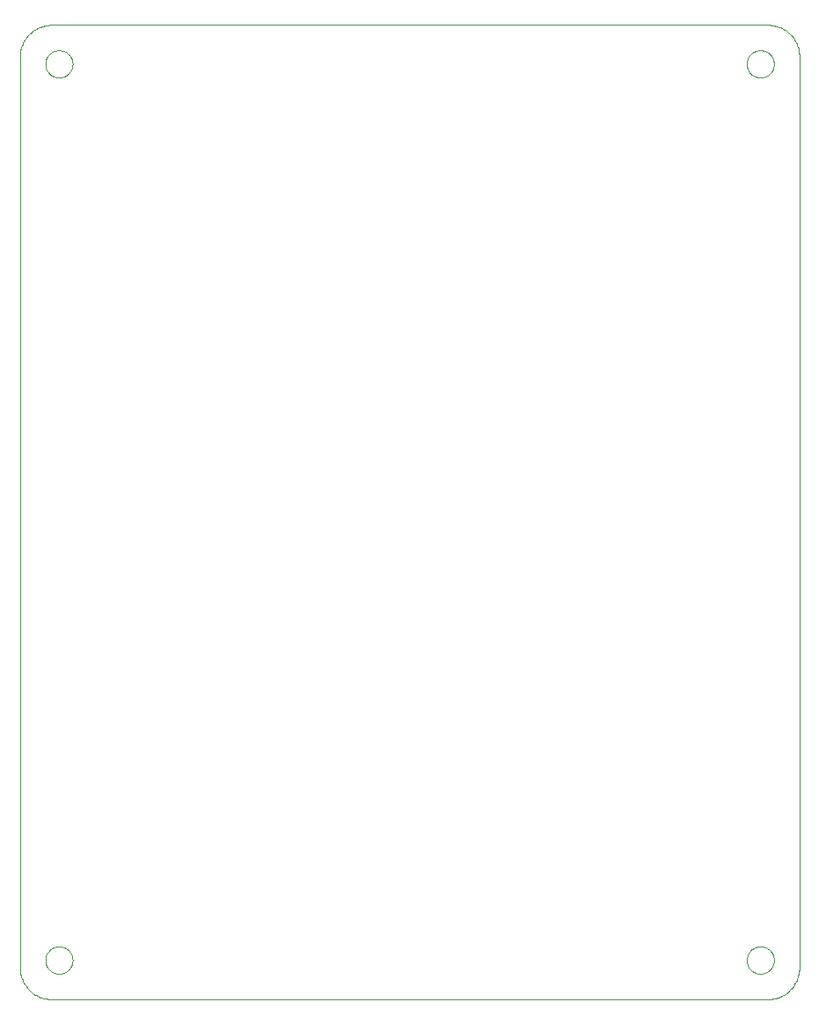
<source format=gbr>
%TF.GenerationSoftware,KiCad,Pcbnew,7.0.5-0*%
%TF.CreationDate,2023-07-22T21:58:15-05:00*%
%TF.ProjectId,biometrics,62696f6d-6574-4726-9963-732e6b696361,rev?*%
%TF.SameCoordinates,Original*%
%TF.FileFunction,Profile,NP*%
%FSLAX46Y46*%
G04 Gerber Fmt 4.6, Leading zero omitted, Abs format (unit mm)*
G04 Created by KiCad (PCBNEW 7.0.5-0) date 2023-07-22 21:58:15*
%MOMM*%
%LPD*%
G01*
G04 APERTURE LIST*
%TA.AperFunction,Profile*%
%ADD10C,0.100000*%
%TD*%
G04 APERTURE END LIST*
D10*
X159306459Y-28459646D02*
X159373104Y-28464714D01*
X159438781Y-28473059D01*
X159503406Y-28484600D01*
X159566898Y-28499254D01*
X159629173Y-28516938D01*
X159690149Y-28537571D01*
X159749744Y-28561068D01*
X159807875Y-28587349D01*
X159864460Y-28616330D01*
X159919417Y-28647930D01*
X159972662Y-28682065D01*
X160024114Y-28718653D01*
X160073690Y-28757612D01*
X160121308Y-28798860D01*
X160166884Y-28842313D01*
X160210337Y-28887889D01*
X160251585Y-28935507D01*
X160290544Y-28985083D01*
X160327132Y-29036535D01*
X160361267Y-29089780D01*
X160392867Y-29144737D01*
X160421848Y-29201322D01*
X160448129Y-29259453D01*
X160471626Y-29319048D01*
X160492259Y-29380024D01*
X160509943Y-29442299D01*
X160524597Y-29505791D01*
X160536138Y-29570416D01*
X160544483Y-29636093D01*
X160549551Y-29702738D01*
X160551259Y-29770270D01*
X160549551Y-29837803D01*
X160544483Y-29904448D01*
X160536138Y-29970125D01*
X160524597Y-30034750D01*
X160509943Y-30098241D01*
X160492259Y-30160516D01*
X160471626Y-30221493D01*
X160448129Y-30281088D01*
X160421848Y-30339219D01*
X160392867Y-30395804D01*
X160361267Y-30450761D01*
X160327132Y-30504006D01*
X160290544Y-30555458D01*
X160251585Y-30605034D01*
X160210337Y-30652651D01*
X160166884Y-30698228D01*
X160121308Y-30741681D01*
X160073690Y-30782929D01*
X160024114Y-30821888D01*
X159972662Y-30858476D01*
X159919417Y-30892611D01*
X159864460Y-30924210D01*
X159807875Y-30953192D01*
X159749744Y-30979473D01*
X159690149Y-31002970D01*
X159629173Y-31023602D01*
X159566898Y-31041287D01*
X159503406Y-31055941D01*
X159438781Y-31067482D01*
X159373104Y-31075827D01*
X159306459Y-31080895D01*
X159238927Y-31082603D01*
X159171395Y-31080895D01*
X159104750Y-31075827D01*
X159039074Y-31067482D01*
X158974450Y-31055941D01*
X158910959Y-31041287D01*
X158848684Y-31023602D01*
X158787708Y-31002970D01*
X158728114Y-30979473D01*
X158669983Y-30953192D01*
X158613398Y-30924210D01*
X158558442Y-30892611D01*
X158505197Y-30858476D01*
X158453745Y-30821888D01*
X158404169Y-30782929D01*
X158356552Y-30741681D01*
X158310976Y-30698228D01*
X158267523Y-30652651D01*
X158226276Y-30605034D01*
X158187317Y-30555458D01*
X158150729Y-30504006D01*
X158116594Y-30450761D01*
X158084994Y-30395804D01*
X158056013Y-30339219D01*
X158029732Y-30281088D01*
X158006235Y-30221493D01*
X157985602Y-30160516D01*
X157967918Y-30098241D01*
X157953264Y-30034750D01*
X157941723Y-29970125D01*
X157933378Y-29904448D01*
X157928310Y-29837803D01*
X157926602Y-29770270D01*
X157928310Y-29702738D01*
X157933378Y-29636093D01*
X157941723Y-29570416D01*
X157953264Y-29505791D01*
X157967918Y-29442299D01*
X157985602Y-29380024D01*
X158006235Y-29319048D01*
X158029732Y-29259453D01*
X158056013Y-29201322D01*
X158084994Y-29144737D01*
X158116594Y-29089780D01*
X158150729Y-29036535D01*
X158187317Y-28985083D01*
X158226276Y-28935507D01*
X158267523Y-28887889D01*
X158310976Y-28842313D01*
X158356552Y-28798860D01*
X158404169Y-28757612D01*
X158453745Y-28718653D01*
X158505197Y-28682065D01*
X158558442Y-28647930D01*
X158613398Y-28616330D01*
X158669983Y-28587349D01*
X158728114Y-28561068D01*
X158787708Y-28537571D01*
X158848684Y-28516938D01*
X158910959Y-28499254D01*
X158974450Y-28484600D01*
X159039074Y-28473059D01*
X159104750Y-28464714D01*
X159171395Y-28459646D01*
X159238927Y-28457938D01*
X159306459Y-28459646D01*
X159306459Y-114711164D02*
X159373104Y-114716232D01*
X159438781Y-114724578D01*
X159503406Y-114736119D01*
X159566898Y-114750772D01*
X159629173Y-114768457D01*
X159690149Y-114789089D01*
X159749744Y-114812587D01*
X159807875Y-114838867D01*
X159864460Y-114867849D01*
X159919417Y-114899448D01*
X159972662Y-114933583D01*
X160024114Y-114970172D01*
X160073690Y-115009131D01*
X160121308Y-115050378D01*
X160166884Y-115093831D01*
X160210337Y-115139408D01*
X160251585Y-115187025D01*
X160290544Y-115236601D01*
X160327132Y-115288053D01*
X160361267Y-115341298D01*
X160392867Y-115396255D01*
X160421848Y-115452840D01*
X160448129Y-115510971D01*
X160471626Y-115570566D01*
X160492259Y-115631543D01*
X160509943Y-115693818D01*
X160524597Y-115757309D01*
X160536138Y-115821934D01*
X160544483Y-115887611D01*
X160549551Y-115954257D01*
X160551259Y-116021789D01*
X160549551Y-116089321D01*
X160544483Y-116155967D01*
X160536138Y-116221643D01*
X160524597Y-116286269D01*
X160509943Y-116349761D01*
X160492259Y-116412036D01*
X160471626Y-116473013D01*
X160448129Y-116532608D01*
X160421848Y-116590740D01*
X160392867Y-116647326D01*
X160361267Y-116702283D01*
X160327132Y-116755529D01*
X160290544Y-116806982D01*
X160251585Y-116856558D01*
X160210337Y-116904177D01*
X160166884Y-116949754D01*
X160121308Y-116993208D01*
X160073690Y-117034456D01*
X160024114Y-117073416D01*
X159972662Y-117110005D01*
X159919417Y-117144140D01*
X159864460Y-117175740D01*
X159807875Y-117204722D01*
X159749744Y-117231004D01*
X159690149Y-117254502D01*
X159629173Y-117275135D01*
X159566898Y-117292819D01*
X159503406Y-117307473D01*
X159438781Y-117319015D01*
X159373104Y-117327360D01*
X159306459Y-117332428D01*
X159238927Y-117334136D01*
X159171395Y-117332428D01*
X159104750Y-117327360D01*
X159039074Y-117319015D01*
X158974450Y-117307473D01*
X158910959Y-117292819D01*
X158848684Y-117275135D01*
X158787708Y-117254502D01*
X158728114Y-117231004D01*
X158669983Y-117204722D01*
X158613398Y-117175740D01*
X158558442Y-117144140D01*
X158505197Y-117110005D01*
X158453745Y-117073416D01*
X158404169Y-117034456D01*
X158356552Y-116993208D01*
X158310976Y-116949754D01*
X158267523Y-116904177D01*
X158226276Y-116856558D01*
X158187317Y-116806982D01*
X158150729Y-116755529D01*
X158116594Y-116702283D01*
X158084994Y-116647326D01*
X158056013Y-116590740D01*
X158029732Y-116532608D01*
X158006235Y-116473013D01*
X157985602Y-116412036D01*
X157967918Y-116349761D01*
X157953264Y-116286269D01*
X157941723Y-116221643D01*
X157933378Y-116155967D01*
X157928310Y-116089321D01*
X157926602Y-116021789D01*
X157928310Y-115954257D01*
X157933378Y-115887611D01*
X157941723Y-115821934D01*
X157953264Y-115757309D01*
X157967918Y-115693818D01*
X157985602Y-115631543D01*
X158006235Y-115570566D01*
X158029732Y-115510971D01*
X158056013Y-115452840D01*
X158084994Y-115396255D01*
X158116594Y-115341298D01*
X158150729Y-115288053D01*
X158187317Y-115236601D01*
X158226276Y-115187025D01*
X158267523Y-115139408D01*
X158310976Y-115093831D01*
X158356552Y-115050378D01*
X158404169Y-115009131D01*
X158453745Y-114970172D01*
X158505197Y-114933583D01*
X158558442Y-114899448D01*
X158613398Y-114867849D01*
X158669983Y-114838867D01*
X158728114Y-114812587D01*
X158787708Y-114789089D01*
X158848684Y-114768457D01*
X158910959Y-114750772D01*
X158974450Y-114736119D01*
X159039074Y-114724578D01*
X159104750Y-114716232D01*
X159171395Y-114711164D01*
X159238927Y-114709457D01*
X159306459Y-114711164D01*
X91805967Y-28459646D02*
X91872614Y-28464714D01*
X91938291Y-28473059D01*
X92002917Y-28484600D01*
X92066408Y-28499254D01*
X92128684Y-28516938D01*
X92189660Y-28537571D01*
X92249256Y-28561068D01*
X92307387Y-28587349D01*
X92363973Y-28616330D01*
X92418929Y-28647930D01*
X92472175Y-28682065D01*
X92523627Y-28718653D01*
X92573203Y-28757612D01*
X92620820Y-28798860D01*
X92666397Y-28842313D01*
X92709850Y-28887889D01*
X92751097Y-28935507D01*
X92790056Y-28985083D01*
X92826645Y-29036535D01*
X92860780Y-29089780D01*
X92892379Y-29144737D01*
X92921360Y-29201322D01*
X92947641Y-29259453D01*
X92971139Y-29319048D01*
X92991771Y-29380024D01*
X93009455Y-29442299D01*
X93024109Y-29505791D01*
X93035650Y-29570416D01*
X93043995Y-29636093D01*
X93049063Y-29702738D01*
X93050771Y-29770270D01*
X93049063Y-29837803D01*
X93043995Y-29904448D01*
X93035650Y-29970125D01*
X93024109Y-30034750D01*
X93009455Y-30098241D01*
X92991771Y-30160516D01*
X92971139Y-30221493D01*
X92947641Y-30281088D01*
X92921360Y-30339219D01*
X92892379Y-30395804D01*
X92860780Y-30450761D01*
X92826645Y-30504006D01*
X92790056Y-30555458D01*
X92751097Y-30605034D01*
X92709850Y-30652651D01*
X92666397Y-30698228D01*
X92620820Y-30741681D01*
X92573203Y-30782929D01*
X92523627Y-30821888D01*
X92472175Y-30858476D01*
X92418929Y-30892611D01*
X92363973Y-30924210D01*
X92307387Y-30953192D01*
X92249256Y-30979473D01*
X92189660Y-31002970D01*
X92128684Y-31023602D01*
X92066408Y-31041287D01*
X92002917Y-31055941D01*
X91938291Y-31067482D01*
X91872614Y-31075827D01*
X91805967Y-31080895D01*
X91738435Y-31082603D01*
X91670902Y-31080895D01*
X91604256Y-31075827D01*
X91538579Y-31067482D01*
X91473954Y-31055941D01*
X91410462Y-31041287D01*
X91348187Y-31023602D01*
X91287211Y-31002970D01*
X91227616Y-30979473D01*
X91169484Y-30953192D01*
X91112899Y-30924210D01*
X91057943Y-30892611D01*
X91004697Y-30858476D01*
X90953245Y-30821888D01*
X90903670Y-30782929D01*
X90856052Y-30741681D01*
X90810476Y-30698228D01*
X90767023Y-30652651D01*
X90725775Y-30605034D01*
X90686816Y-30555458D01*
X90650228Y-30504006D01*
X90616093Y-30450761D01*
X90584494Y-30395804D01*
X90555513Y-30339219D01*
X90529232Y-30281088D01*
X90505734Y-30221493D01*
X90485102Y-30160516D01*
X90467418Y-30098241D01*
X90452764Y-30034750D01*
X90441223Y-29970125D01*
X90432878Y-29904448D01*
X90427810Y-29837803D01*
X90426102Y-29770270D01*
X90427810Y-29702738D01*
X90432878Y-29636093D01*
X90441223Y-29570416D01*
X90452764Y-29505791D01*
X90467418Y-29442299D01*
X90485102Y-29380024D01*
X90505734Y-29319048D01*
X90529232Y-29259453D01*
X90555513Y-29201322D01*
X90584494Y-29144737D01*
X90616093Y-29089780D01*
X90650228Y-29036535D01*
X90686816Y-28985083D01*
X90725775Y-28935507D01*
X90767023Y-28887889D01*
X90810476Y-28842313D01*
X90856052Y-28798860D01*
X90903670Y-28757612D01*
X90953245Y-28718653D01*
X91004697Y-28682065D01*
X91057943Y-28647930D01*
X91112899Y-28616330D01*
X91169484Y-28587349D01*
X91227616Y-28561068D01*
X91287211Y-28537571D01*
X91348187Y-28516938D01*
X91410462Y-28499254D01*
X91473954Y-28484600D01*
X91538579Y-28473059D01*
X91604256Y-28464714D01*
X91670902Y-28459646D01*
X91738435Y-28457938D01*
X91805967Y-28459646D01*
X160144693Y-26025031D02*
X160297006Y-26036624D01*
X160447112Y-26055715D01*
X160594821Y-26082114D01*
X160739945Y-26115632D01*
X160882296Y-26156082D01*
X161021683Y-26203274D01*
X161157918Y-26257018D01*
X161290812Y-26317126D01*
X161420177Y-26383409D01*
X161545822Y-26455679D01*
X161667560Y-26533745D01*
X161785201Y-26617420D01*
X161898557Y-26706514D01*
X162007438Y-26800838D01*
X162111655Y-26900204D01*
X162211020Y-27004422D01*
X162305344Y-27113303D01*
X162394437Y-27226659D01*
X162478111Y-27344301D01*
X162556177Y-27466039D01*
X162628446Y-27591685D01*
X162694729Y-27721049D01*
X162754837Y-27853944D01*
X162808581Y-27990179D01*
X162855772Y-28129566D01*
X162896221Y-28271916D01*
X162929739Y-28417041D01*
X162956138Y-28564750D01*
X162975228Y-28714855D01*
X162986821Y-28867168D01*
X162990727Y-29021499D01*
X162990727Y-116770553D01*
X162986589Y-116924884D01*
X162974792Y-117077198D01*
X162955526Y-117227304D01*
X162928976Y-117375013D01*
X162895329Y-117520138D01*
X162854772Y-117662489D01*
X162807494Y-117801876D01*
X162753679Y-117938112D01*
X162693517Y-118071007D01*
X162627192Y-118200372D01*
X162554893Y-118326018D01*
X162476807Y-118447757D01*
X162393120Y-118565398D01*
X162304020Y-118678755D01*
X162209694Y-118787636D01*
X162110328Y-118891854D01*
X162006109Y-118991220D01*
X161897225Y-119085545D01*
X161783863Y-119174639D01*
X161666209Y-119258313D01*
X161544451Y-119336380D01*
X161418775Y-119408649D01*
X161289370Y-119474933D01*
X161156420Y-119535041D01*
X161020115Y-119588786D01*
X160880640Y-119635977D01*
X160738182Y-119676427D01*
X160592930Y-119709946D01*
X160445069Y-119736345D01*
X160294786Y-119755435D01*
X160142270Y-119767028D01*
X159987706Y-119770934D01*
X90989667Y-119770934D01*
X90835336Y-119767028D01*
X90683023Y-119755435D01*
X90532917Y-119736345D01*
X90385207Y-119709946D01*
X90240083Y-119676427D01*
X90097733Y-119635977D01*
X89958346Y-119588786D01*
X89822110Y-119535041D01*
X89689216Y-119474933D01*
X89559851Y-119408649D01*
X89434205Y-119336380D01*
X89312467Y-119258313D01*
X89194826Y-119174639D01*
X89081470Y-119085545D01*
X88972588Y-118991220D01*
X88868370Y-118891854D01*
X88769005Y-118787636D01*
X88674681Y-118678755D01*
X88585587Y-118565398D01*
X88501912Y-118447757D01*
X88423846Y-118326018D01*
X88351577Y-118200372D01*
X88285294Y-118071007D01*
X88225185Y-117938112D01*
X88171441Y-117801876D01*
X88124250Y-117662489D01*
X88083800Y-117520138D01*
X88050281Y-117375013D01*
X88023882Y-117227304D01*
X88004792Y-117077198D01*
X87993199Y-116924884D01*
X87989293Y-116770553D01*
X87989293Y-29021499D01*
X87993199Y-28867168D01*
X88004792Y-28714855D01*
X88023882Y-28564750D01*
X88050281Y-28417041D01*
X88083800Y-28271916D01*
X88124250Y-28129566D01*
X88171441Y-27990179D01*
X88225185Y-27853944D01*
X88285294Y-27721049D01*
X88351577Y-27591685D01*
X88423846Y-27466039D01*
X88501912Y-27344301D01*
X88585587Y-27226659D01*
X88674681Y-27113303D01*
X88769005Y-27004422D01*
X88868370Y-26900204D01*
X88972588Y-26800838D01*
X89081470Y-26706514D01*
X89194826Y-26617420D01*
X89312467Y-26533745D01*
X89434205Y-26455679D01*
X89559851Y-26383409D01*
X89689216Y-26317126D01*
X89822110Y-26257018D01*
X89958346Y-26203274D01*
X90097733Y-26156082D01*
X90240083Y-26115632D01*
X90385207Y-26082114D01*
X90532917Y-26055715D01*
X90683023Y-26036624D01*
X90835336Y-26025031D01*
X90989667Y-26021125D01*
X159990361Y-26021125D01*
X160144693Y-26025031D01*
X91805967Y-114711164D02*
X91872614Y-114716232D01*
X91938291Y-114724578D01*
X92002917Y-114736119D01*
X92066408Y-114750772D01*
X92128684Y-114768457D01*
X92189660Y-114789089D01*
X92249256Y-114812587D01*
X92307387Y-114838867D01*
X92363973Y-114867849D01*
X92418929Y-114899448D01*
X92472175Y-114933583D01*
X92523627Y-114970172D01*
X92573203Y-115009131D01*
X92620820Y-115050378D01*
X92666397Y-115093831D01*
X92709850Y-115139408D01*
X92751097Y-115187025D01*
X92790056Y-115236601D01*
X92826645Y-115288053D01*
X92860780Y-115341298D01*
X92892379Y-115396255D01*
X92921360Y-115452840D01*
X92947641Y-115510971D01*
X92971139Y-115570566D01*
X92991771Y-115631543D01*
X93009455Y-115693818D01*
X93024109Y-115757309D01*
X93035650Y-115821934D01*
X93043995Y-115887611D01*
X93049063Y-115954257D01*
X93050771Y-116021789D01*
X93049063Y-116089321D01*
X93043995Y-116155967D01*
X93035650Y-116221643D01*
X93024109Y-116286269D01*
X93009455Y-116349761D01*
X92991771Y-116412036D01*
X92971139Y-116473013D01*
X92947641Y-116532608D01*
X92921360Y-116590740D01*
X92892379Y-116647326D01*
X92860780Y-116702283D01*
X92826645Y-116755529D01*
X92790056Y-116806982D01*
X92751097Y-116856558D01*
X92709850Y-116904177D01*
X92666397Y-116949754D01*
X92620820Y-116993208D01*
X92573203Y-117034456D01*
X92523627Y-117073416D01*
X92472175Y-117110005D01*
X92418929Y-117144140D01*
X92363973Y-117175740D01*
X92307387Y-117204722D01*
X92249256Y-117231004D01*
X92189660Y-117254502D01*
X92128684Y-117275135D01*
X92066408Y-117292819D01*
X92002917Y-117307473D01*
X91938291Y-117319015D01*
X91872614Y-117327360D01*
X91805967Y-117332428D01*
X91738435Y-117334136D01*
X91670902Y-117332428D01*
X91604256Y-117327360D01*
X91538579Y-117319015D01*
X91473954Y-117307473D01*
X91410462Y-117292819D01*
X91348187Y-117275135D01*
X91287211Y-117254502D01*
X91227616Y-117231004D01*
X91169484Y-117204722D01*
X91112899Y-117175740D01*
X91057943Y-117144140D01*
X91004697Y-117110005D01*
X90953245Y-117073416D01*
X90903670Y-117034456D01*
X90856052Y-116993208D01*
X90810476Y-116949754D01*
X90767023Y-116904177D01*
X90725775Y-116856558D01*
X90686816Y-116806982D01*
X90650228Y-116755529D01*
X90616093Y-116702283D01*
X90584494Y-116647326D01*
X90555513Y-116590740D01*
X90529232Y-116532608D01*
X90505734Y-116473013D01*
X90485102Y-116412036D01*
X90467418Y-116349761D01*
X90452764Y-116286269D01*
X90441223Y-116221643D01*
X90432878Y-116155967D01*
X90427810Y-116089321D01*
X90426102Y-116021789D01*
X90427810Y-115954257D01*
X90432878Y-115887611D01*
X90441223Y-115821934D01*
X90452764Y-115757309D01*
X90467418Y-115693818D01*
X90485102Y-115631543D01*
X90505734Y-115570566D01*
X90529232Y-115510971D01*
X90555513Y-115452840D01*
X90584494Y-115396255D01*
X90616093Y-115341298D01*
X90650228Y-115288053D01*
X90686816Y-115236601D01*
X90725775Y-115187025D01*
X90767023Y-115139408D01*
X90810476Y-115093831D01*
X90856052Y-115050378D01*
X90903670Y-115009131D01*
X90953245Y-114970172D01*
X91004697Y-114933583D01*
X91057943Y-114899448D01*
X91112899Y-114867849D01*
X91169484Y-114838867D01*
X91227616Y-114812587D01*
X91287211Y-114789089D01*
X91348187Y-114768457D01*
X91410462Y-114750772D01*
X91473954Y-114736119D01*
X91538579Y-114724578D01*
X91604256Y-114716232D01*
X91670902Y-114711164D01*
X91738435Y-114709457D01*
X91805967Y-114711164D01*
M02*

</source>
